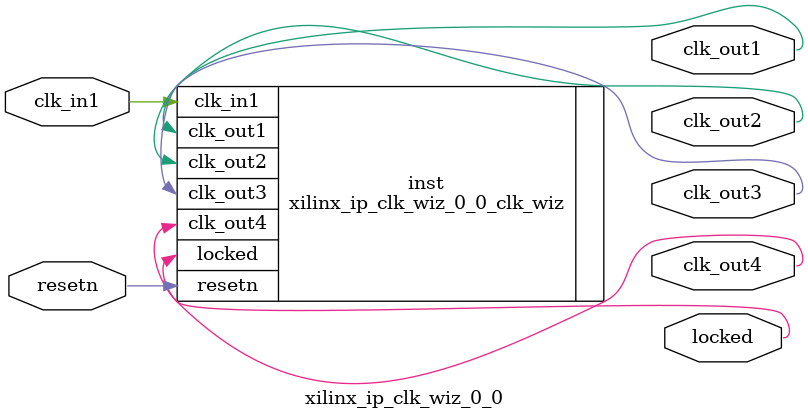
<source format=v>


`timescale 1ps/1ps

(* CORE_GENERATION_INFO = "xilinx_ip_clk_wiz_0_0,clk_wiz_v5_4_3_0,{component_name=xilinx_ip_clk_wiz_0_0,use_phase_alignment=true,use_min_o_jitter=false,use_max_i_jitter=false,use_dyn_phase_shift=false,use_inclk_switchover=false,use_dyn_reconfig=false,enable_axi=0,feedback_source=FDBK_AUTO,PRIMITIVE=MMCM,num_out_clk=4,clkin1_period=10.000,clkin2_period=10.000,use_power_down=false,use_reset=true,use_locked=true,use_inclk_stopped=false,feedback_type=SINGLE,CLOCK_MGR_TYPE=NA,manual_override=false}" *)

module xilinx_ip_clk_wiz_0_0 
 (
  // Clock out ports
  output        clk_out1,
  output        clk_out2,
  output        clk_out3,
  output        clk_out4,
  // Status and control signals
  input         resetn,
  output        locked,
 // Clock in ports
  input         clk_in1
 );

  xilinx_ip_clk_wiz_0_0_clk_wiz inst
  (
  // Clock out ports  
  .clk_out1(clk_out1),
  .clk_out2(clk_out2),
  .clk_out3(clk_out3),
  .clk_out4(clk_out4),
  // Status and control signals               
  .resetn(resetn), 
  .locked(locked),
 // Clock in ports
  .clk_in1(clk_in1)
  );

endmodule

</source>
